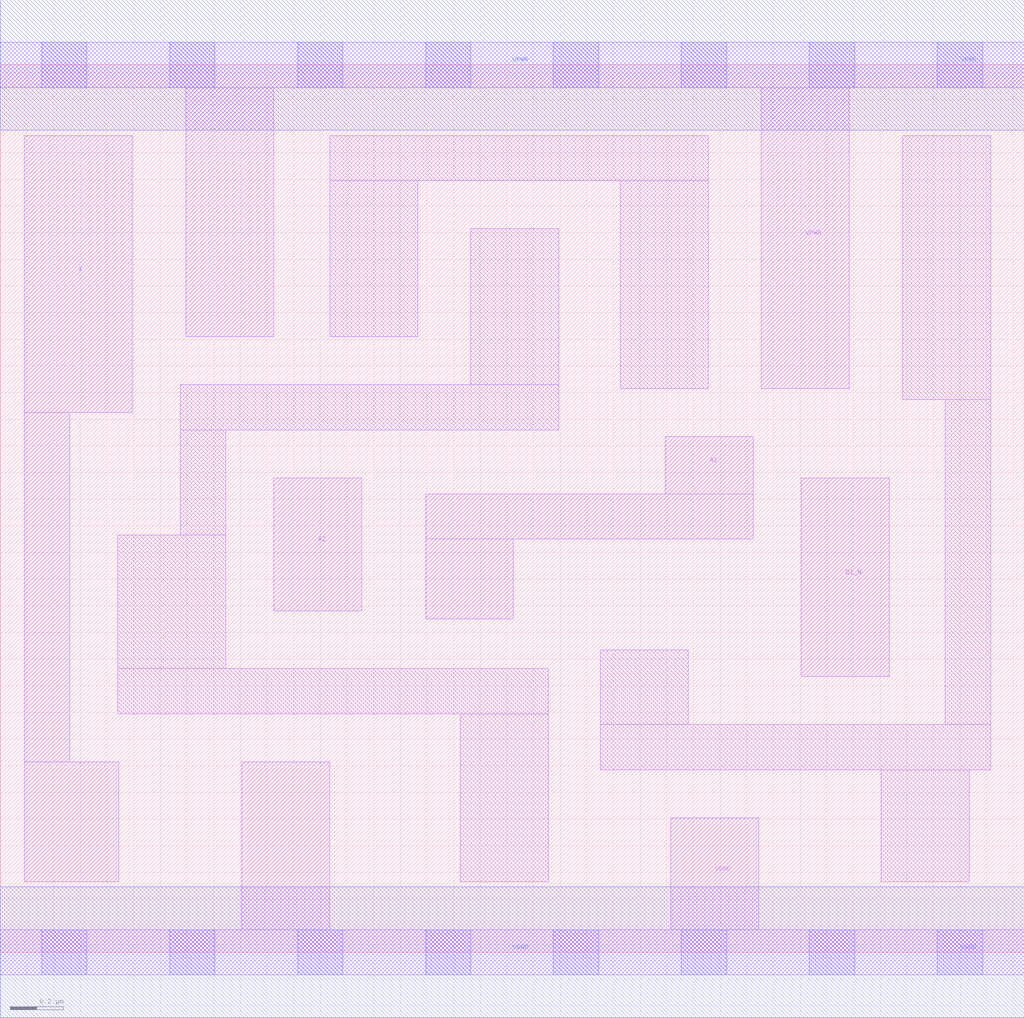
<source format=lef>
# Copyright 2020 The SkyWater PDK Authors
#
# Licensed under the Apache License, Version 2.0 (the "License");
# you may not use this file except in compliance with the License.
# You may obtain a copy of the License at
#
#     https://www.apache.org/licenses/LICENSE-2.0
#
# Unless required by applicable law or agreed to in writing, software
# distributed under the License is distributed on an "AS IS" BASIS,
# WITHOUT WARRANTIES OR CONDITIONS OF ANY KIND, either express or implied.
# See the License for the specific language governing permissions and
# limitations under the License.
#
# SPDX-License-Identifier: Apache-2.0

VERSION 5.7 ;
  NAMESCASESENSITIVE ON ;
  NOWIREEXTENSIONATPIN ON ;
  DIVIDERCHAR "/" ;
  BUSBITCHARS "[]" ;
UNITS
  DATABASE MICRONS 200 ;
END UNITS
MACRO sky130_fd_sc_lp__a21bo_lp
  CLASS CORE ;
  SOURCE USER ;
  FOREIGN sky130_fd_sc_lp__a21bo_lp ;
  ORIGIN  0.000000  0.000000 ;
  SIZE  3.840000 BY  3.330000 ;
  SYMMETRY X Y R90 ;
  SITE unit ;
  PIN A1
    ANTENNAGATEAREA  0.313000 ;
    DIRECTION INPUT ;
    USE SIGNAL ;
    PORT
      LAYER li1 ;
        RECT 1.595000 1.250000 1.925000 1.550000 ;
        RECT 1.595000 1.550000 2.825000 1.720000 ;
        RECT 2.495000 1.720000 2.825000 1.935000 ;
    END
  END A1
  PIN A2
    ANTENNAGATEAREA  0.313000 ;
    DIRECTION INPUT ;
    USE SIGNAL ;
    PORT
      LAYER li1 ;
        RECT 1.025000 1.280000 1.355000 1.780000 ;
    END
  END A2
  PIN B1_N
    ANTENNAGATEAREA  0.376000 ;
    DIRECTION INPUT ;
    USE SIGNAL ;
    PORT
      LAYER li1 ;
        RECT 3.005000 1.035000 3.335000 1.780000 ;
    END
  END B1_N
  PIN X
    ANTENNADIFFAREA  0.404700 ;
    DIRECTION OUTPUT ;
    USE SIGNAL ;
    PORT
      LAYER li1 ;
        RECT 0.090000 0.265000 0.445000 0.715000 ;
        RECT 0.090000 0.715000 0.260000 2.025000 ;
        RECT 0.090000 2.025000 0.495000 3.065000 ;
    END
  END X
  PIN VGND
    DIRECTION INOUT ;
    USE GROUND ;
    PORT
      LAYER li1 ;
        RECT 0.000000 -0.085000 3.840000 0.085000 ;
        RECT 0.905000  0.085000 1.235000 0.715000 ;
        RECT 2.515000  0.085000 2.845000 0.505000 ;
      LAYER mcon ;
        RECT 0.155000 -0.085000 0.325000 0.085000 ;
        RECT 0.635000 -0.085000 0.805000 0.085000 ;
        RECT 1.115000 -0.085000 1.285000 0.085000 ;
        RECT 1.595000 -0.085000 1.765000 0.085000 ;
        RECT 2.075000 -0.085000 2.245000 0.085000 ;
        RECT 2.555000 -0.085000 2.725000 0.085000 ;
        RECT 3.035000 -0.085000 3.205000 0.085000 ;
        RECT 3.515000 -0.085000 3.685000 0.085000 ;
      LAYER met1 ;
        RECT 0.000000 -0.245000 3.840000 0.245000 ;
    END
  END VGND
  PIN VPWR
    DIRECTION INOUT ;
    USE POWER ;
    PORT
      LAYER li1 ;
        RECT 0.000000 3.245000 3.840000 3.415000 ;
        RECT 0.695000 2.310000 1.025000 3.245000 ;
        RECT 2.855000 2.115000 3.185000 3.245000 ;
      LAYER mcon ;
        RECT 0.155000 3.245000 0.325000 3.415000 ;
        RECT 0.635000 3.245000 0.805000 3.415000 ;
        RECT 1.115000 3.245000 1.285000 3.415000 ;
        RECT 1.595000 3.245000 1.765000 3.415000 ;
        RECT 2.075000 3.245000 2.245000 3.415000 ;
        RECT 2.555000 3.245000 2.725000 3.415000 ;
        RECT 3.035000 3.245000 3.205000 3.415000 ;
        RECT 3.515000 3.245000 3.685000 3.415000 ;
      LAYER met1 ;
        RECT 0.000000 3.085000 3.840000 3.575000 ;
    END
  END VPWR
  OBS
    LAYER li1 ;
      RECT 0.440000 0.895000 2.055000 1.065000 ;
      RECT 0.440000 1.065000 0.845000 1.565000 ;
      RECT 0.675000 1.565000 0.845000 1.960000 ;
      RECT 0.675000 1.960000 2.095000 2.130000 ;
      RECT 1.235000 2.310000 1.565000 2.895000 ;
      RECT 1.235000 2.895000 2.655000 3.065000 ;
      RECT 1.725000 0.265000 2.055000 0.895000 ;
      RECT 1.765000 2.130000 2.095000 2.715000 ;
      RECT 2.250000 0.685000 3.715000 0.855000 ;
      RECT 2.250000 0.855000 2.580000 1.135000 ;
      RECT 2.325000 2.115000 2.655000 2.895000 ;
      RECT 3.305000 0.265000 3.635000 0.685000 ;
      RECT 3.385000 2.075000 3.715000 3.065000 ;
      RECT 3.545000 0.855000 3.715000 2.075000 ;
  END
END sky130_fd_sc_lp__a21bo_lp

</source>
